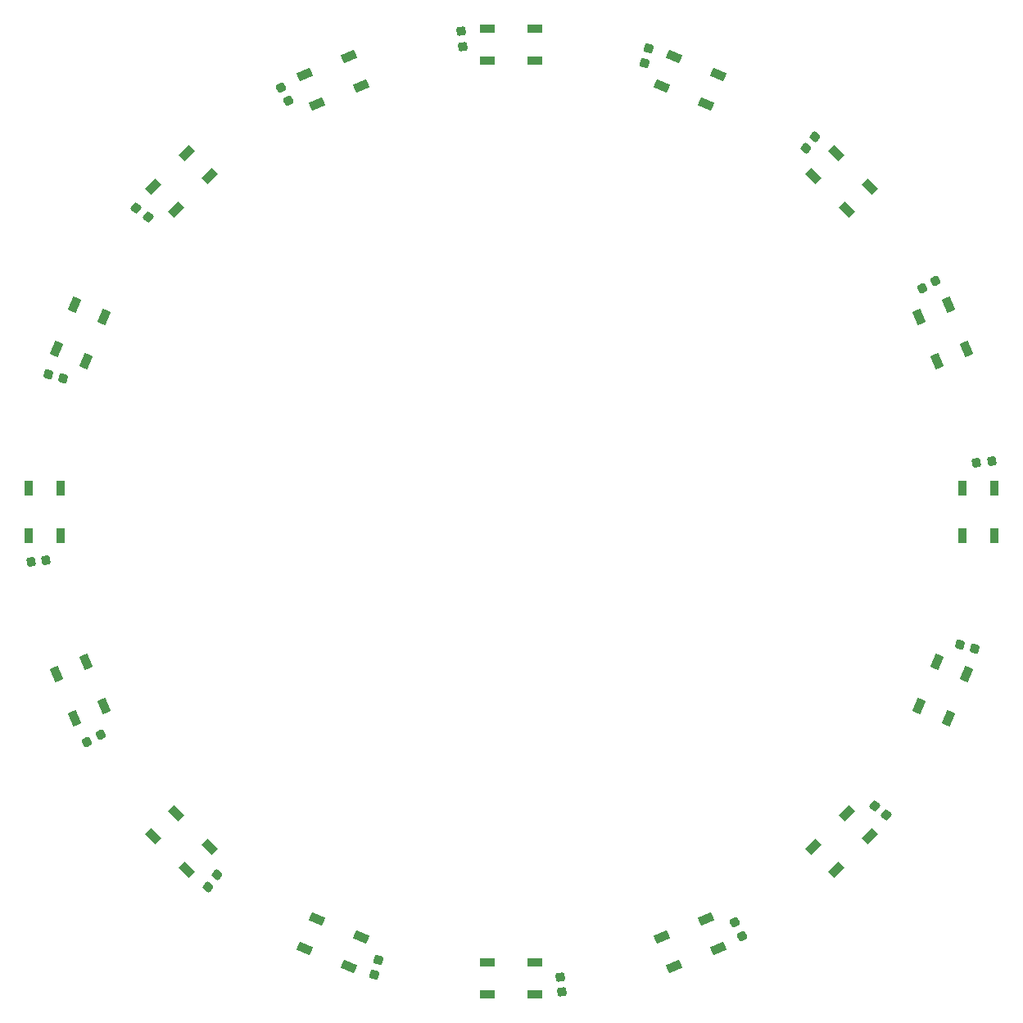
<source format=gbr>
%TF.GenerationSoftware,KiCad,Pcbnew,8.0.1*%
%TF.CreationDate,2024-08-08T22:34:15+09:00*%
%TF.ProjectId,NeoPixel-20240808,4e656f50-6978-4656-9c2d-323032343038,rev?*%
%TF.SameCoordinates,Original*%
%TF.FileFunction,Paste,Top*%
%TF.FilePolarity,Positive*%
%FSLAX46Y46*%
G04 Gerber Fmt 4.6, Leading zero omitted, Abs format (unit mm)*
G04 Created by KiCad (PCBNEW 8.0.1) date 2024-08-08 22:34:15*
%MOMM*%
%LPD*%
G01*
G04 APERTURE LIST*
G04 Aperture macros list*
%AMRoundRect*
0 Rectangle with rounded corners*
0 $1 Rounding radius*
0 $2 $3 $4 $5 $6 $7 $8 $9 X,Y pos of 4 corners*
0 Add a 4 corners polygon primitive as box body*
4,1,4,$2,$3,$4,$5,$6,$7,$8,$9,$2,$3,0*
0 Add four circle primitives for the rounded corners*
1,1,$1+$1,$2,$3*
1,1,$1+$1,$4,$5*
1,1,$1+$1,$6,$7*
1,1,$1+$1,$8,$9*
0 Add four rect primitives between the rounded corners*
20,1,$1+$1,$2,$3,$4,$5,0*
20,1,$1+$1,$4,$5,$6,$7,0*
20,1,$1+$1,$6,$7,$8,$9,0*
20,1,$1+$1,$8,$9,$2,$3,0*%
%AMRotRect*
0 Rectangle, with rotation*
0 The origin of the aperture is its center*
0 $1 length*
0 $2 width*
0 $3 Rotation angle, in degrees counterclockwise*
0 Add horizontal line*
21,1,$1,$2,0,0,$3*%
G04 Aperture macros list end*
%ADD10RoundRect,0.225000X-0.078444X-0.327065X0.317024X-0.112344X0.078444X0.327065X-0.317024X0.112344X0*%
%ADD11RoundRect,0.225000X-0.197635X-0.272149X0.249900X-0.225112X0.197635X0.272149X-0.249900X0.225112X0*%
%ADD12RoundRect,0.225000X-0.327065X0.078444X-0.112344X-0.317024X0.327065X-0.078444X0.112344X0.317024X0*%
%ADD13RoundRect,0.225000X0.078444X0.327065X-0.317024X0.112344X-0.078444X-0.327065X0.317024X-0.112344X0*%
%ADD14RotRect,1.500000X0.900000X315.000000*%
%ADD15RotRect,1.500000X0.900000X135.000000*%
%ADD16RoundRect,0.225000X-0.272149X0.197635X-0.225112X-0.249900X0.272149X-0.197635X0.225112X0.249900X0*%
%ADD17RoundRect,0.225000X0.332188X0.052689X-0.017528X0.335884X-0.332188X-0.052689X0.017528X-0.335884X0*%
%ADD18RoundRect,0.225000X0.175801X-0.286738X0.303608X0.144731X-0.175801X0.286738X-0.303608X-0.144731X0*%
%ADD19RotRect,1.500000X0.900000X22.500000*%
%ADD20RoundRect,0.225000X-0.286738X-0.175801X0.144731X-0.303608X0.286738X0.175801X-0.144731X0.303608X0*%
%ADD21RotRect,1.500000X0.900000X292.500000*%
%ADD22R,1.500000X0.900000*%
%ADD23RotRect,1.500000X0.900000X225.000000*%
%ADD24RotRect,1.500000X0.900000X45.000000*%
%ADD25RotRect,1.500000X0.900000X157.500000*%
%ADD26RotRect,1.500000X0.900000X337.500000*%
%ADD27RoundRect,0.225000X-0.052689X0.332188X-0.335884X-0.017528X0.052689X-0.332188X0.335884X0.017528X0*%
%ADD28RoundRect,0.225000X-0.332188X-0.052689X0.017528X-0.335884X0.332188X0.052689X-0.017528X0.335884X0*%
%ADD29RotRect,1.500000X0.900000X247.500000*%
%ADD30RoundRect,0.225000X-0.175801X0.286738X-0.303608X-0.144731X0.175801X-0.286738X0.303608X0.144731X0*%
%ADD31RotRect,1.500000X0.900000X202.500000*%
%ADD32R,0.900000X1.500000*%
%ADD33RoundRect,0.225000X0.327065X-0.078444X0.112344X0.317024X-0.327065X0.078444X-0.112344X-0.317024X0*%
%ADD34RotRect,1.500000X0.900000X112.500000*%
%ADD35RotRect,1.500000X0.900000X67.500000*%
%ADD36RoundRect,0.225000X0.272149X-0.197635X0.225112X0.249900X-0.272149X0.197635X-0.225112X-0.249900X0*%
%ADD37RoundRect,0.225000X0.197635X0.272149X-0.249900X0.225112X-0.197635X-0.272149X0.249900X-0.225112X0*%
%ADD38RoundRect,0.225000X0.286738X0.175801X-0.144731X0.303608X-0.286738X-0.175801X0.144731X-0.303608X0*%
%ADD39RoundRect,0.225000X0.052689X-0.332188X0.335884X0.017528X-0.052689X0.332188X-0.335884X-0.017528X0*%
G04 APERTURE END LIST*
D10*
%TO.C,C14*%
X42490807Y23070627D03*
X43852973Y23810223D03*
%TD*%
D11*
%TO.C,C13*%
X48085135Y5053950D03*
X49626643Y5215970D03*
%TD*%
D12*
%TO.C,C10*%
X23070627Y-42490807D03*
X23810223Y-43852973D03*
%TD*%
D13*
%TO.C,C6*%
X-42490807Y-23070627D03*
X-43852973Y-23810223D03*
%TD*%
D14*
%TO.C,D15*%
X33552217Y37017040D03*
X31218764Y34683587D03*
X34683587Y31218764D03*
X37017040Y33552217D03*
%TD*%
D15*
%TO.C,D7*%
X-33552217Y-37017040D03*
X-31218764Y-34683587D03*
X-34683587Y-31218764D03*
X-37017040Y-33552217D03*
%TD*%
D16*
%TO.C,C9*%
X5053950Y-48085135D03*
X5215970Y-49626643D03*
%TD*%
D17*
%TO.C,C3*%
X-37575006Y30427642D03*
X-38779582Y31403088D03*
%TD*%
D18*
%TO.C,C16*%
X13732143Y46358935D03*
X14172367Y47845105D03*
%TD*%
D19*
%TO.C,D2*%
X-21359408Y45164014D03*
X-20096552Y42115211D03*
X-15569542Y43990360D03*
X-16832398Y47039163D03*
%TD*%
D20*
%TO.C,C12*%
X46358935Y-13732143D03*
X47845105Y-14172367D03*
%TD*%
D21*
%TO.C,D14*%
X45164014Y21359408D03*
X42115211Y20096552D03*
X43990360Y15569542D03*
X47039163Y16832398D03*
%TD*%
D22*
%TO.C,D9*%
X2450000Y-49900000D03*
X2450000Y-46600000D03*
X-2450000Y-46600000D03*
X-2450000Y-49900000D03*
%TD*%
D23*
%TO.C,D11*%
X37017040Y-33552217D03*
X34683587Y-31218764D03*
X31218764Y-34683587D03*
X33552217Y-37017040D03*
%TD*%
D24*
%TO.C,D3*%
X-37017040Y33552217D03*
X-34683587Y31218764D03*
X-31218764Y34683587D03*
X-33552217Y37017040D03*
%TD*%
D25*
%TO.C,D8*%
X-16832398Y-47039163D03*
X-15569542Y-43990360D03*
X-20096552Y-42115211D03*
X-21359408Y-45164014D03*
%TD*%
D26*
%TO.C,D16*%
X16832398Y47039163D03*
X15569542Y43990360D03*
X20096552Y42115211D03*
X21359408Y45164014D03*
%TD*%
D27*
%TO.C,C7*%
X-30427642Y-37575006D03*
X-31403088Y-38779582D03*
%TD*%
D28*
%TO.C,C11*%
X37575006Y-30427642D03*
X38779582Y-31403088D03*
%TD*%
D29*
%TO.C,D12*%
X47039163Y-16832398D03*
X43990360Y-15569542D03*
X42115211Y-20096552D03*
X45164014Y-21359408D03*
%TD*%
D30*
%TO.C,C8*%
X-13732143Y-46358935D03*
X-14172367Y-47845105D03*
%TD*%
D22*
%TO.C,D1*%
X-2450000Y49900000D03*
X-2450000Y46600000D03*
X2450000Y46600000D03*
X2450000Y49900000D03*
%TD*%
D31*
%TO.C,D10*%
X21359408Y-45164014D03*
X20096552Y-42115211D03*
X15569542Y-43990360D03*
X16832398Y-47039163D03*
%TD*%
D32*
%TO.C,D5*%
X-49900000Y-2450000D03*
X-46600000Y-2450000D03*
X-46600000Y2450000D03*
X-49900000Y2450000D03*
%TD*%
D33*
%TO.C,C2*%
X-23070627Y42490807D03*
X-23810223Y43852973D03*
%TD*%
D34*
%TO.C,D6*%
X-45164014Y-21359408D03*
X-42115211Y-20096552D03*
X-43990360Y-15569542D03*
X-47039163Y-16832398D03*
%TD*%
D35*
%TO.C,D4*%
X-47039163Y16832398D03*
X-43990360Y15569542D03*
X-42115211Y20096552D03*
X-45164014Y21359408D03*
%TD*%
D32*
%TO.C,D13*%
X49900000Y2450000D03*
X46600000Y2450000D03*
X46600000Y-2450000D03*
X49900000Y-2450000D03*
%TD*%
D36*
%TO.C,C1*%
X-5053950Y48085135D03*
X-5215970Y49626643D03*
%TD*%
D37*
%TO.C,C5*%
X-48085135Y-5053950D03*
X-49626643Y-5215970D03*
%TD*%
D38*
%TO.C,C4*%
X-46358935Y13732143D03*
X-47845105Y14172367D03*
%TD*%
D39*
%TO.C,C15*%
X30427642Y37575006D03*
X31403088Y38779582D03*
%TD*%
M02*

</source>
